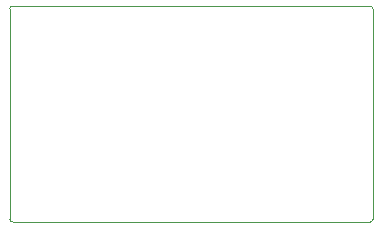
<source format=gm1>
%TF.GenerationSoftware,KiCad,Pcbnew,(6.0.0-0)*%
%TF.CreationDate,2022-04-29T16:53:49+10:00*%
%TF.ProjectId,kicad practice,6b696361-6420-4707-9261-63746963652e,rev?*%
%TF.SameCoordinates,Original*%
%TF.FileFunction,Profile,NP*%
%FSLAX46Y46*%
G04 Gerber Fmt 4.6, Leading zero omitted, Abs format (unit mm)*
G04 Created by KiCad (PCBNEW (6.0.0-0)) date 2022-04-29 16:53:49*
%MOMM*%
%LPD*%
G01*
G04 APERTURE LIST*
%TA.AperFunction,Profile*%
%ADD10C,0.100000*%
%TD*%
G04 APERTURE END LIST*
D10*
X127508000Y-110998000D02*
X127508000Y-93218000D01*
X127508000Y-110998000D02*
G75*
G03*
X127762000Y-111252000I254000J0D01*
G01*
X158242000Y-93218000D02*
X158242000Y-110998000D01*
X127762000Y-92964000D02*
G75*
G03*
X127508000Y-93218000I0J-254000D01*
G01*
X127762000Y-92964000D02*
X157988000Y-92964000D01*
X158242000Y-93218000D02*
G75*
G03*
X157988000Y-92964000I-254000J0D01*
G01*
X157988000Y-111252000D02*
X127762000Y-111252000D01*
X157988000Y-111252000D02*
G75*
G03*
X158242000Y-110998000I0J254000D01*
G01*
M02*

</source>
